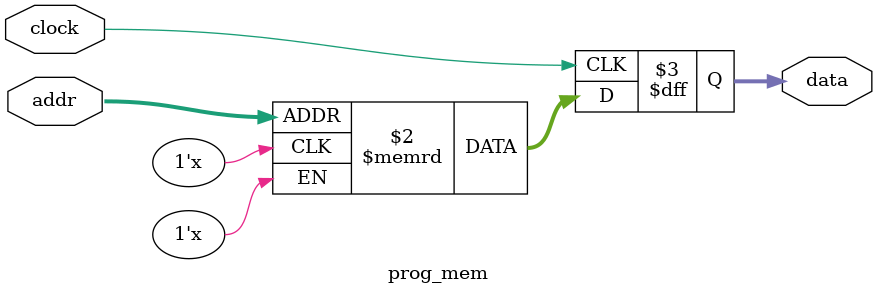
<source format=sv>
module prog_mem (input logic clock, input logic [5:0] addr, output logic [12:0] data);

(* ram_init_file = "progmem.mif" *) logic[12:0] memory[48:0];

always @ (posedge clock)
	data <= memory[addr];

endmodule
</source>
